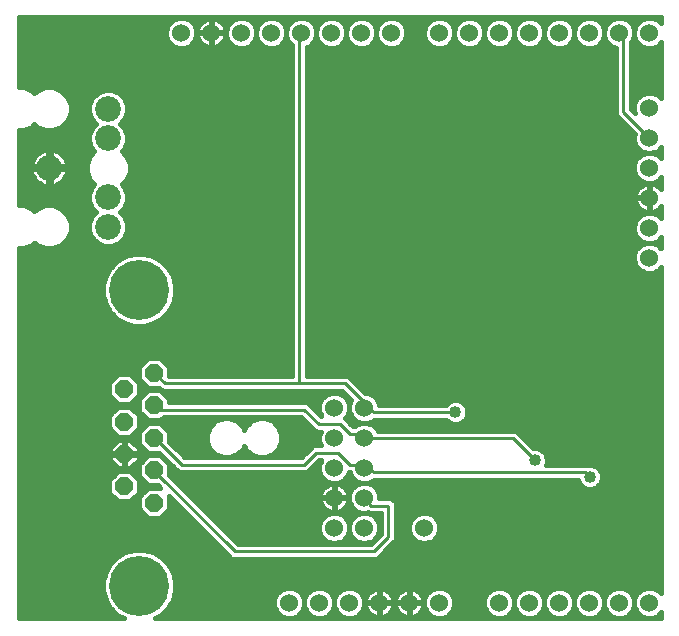
<source format=gbl>
G75*
G70*
%OFA0B0*%
%FSLAX24Y24*%
%IPPOS*%
%LPD*%
%AMOC8*
5,1,8,0,0,1.08239X$1,22.5*
%
%ADD10OC8,0.0600*%
%ADD11C,0.2000*%
%ADD12C,0.0600*%
%ADD13C,0.0860*%
%ADD14C,0.0100*%
%ADD15C,0.0160*%
%ADD16C,0.0400*%
D10*
X006701Y005565D03*
X007701Y005025D03*
X007701Y006105D03*
X006701Y006645D03*
X007701Y007185D03*
X006701Y007725D03*
X007701Y008265D03*
X006701Y008805D03*
X007701Y009345D03*
D11*
X007201Y012115D03*
X007201Y002255D03*
D12*
X012201Y001685D03*
X013201Y001685D03*
X014201Y001685D03*
X015201Y001685D03*
X016201Y001685D03*
X017201Y001685D03*
X019201Y001685D03*
X020201Y001685D03*
X021201Y001685D03*
X022201Y001685D03*
X023201Y001685D03*
X024201Y001685D03*
X016701Y004185D03*
X014701Y004185D03*
X013701Y004185D03*
X013701Y005185D03*
X014701Y005185D03*
X014701Y006185D03*
X013701Y006185D03*
X013701Y007185D03*
X014701Y007185D03*
X014701Y008185D03*
X013701Y008185D03*
X024201Y013185D03*
X024201Y014185D03*
X024201Y015185D03*
X024201Y016185D03*
X024201Y017185D03*
X024201Y018185D03*
X024201Y020685D03*
X023201Y020685D03*
X022201Y020685D03*
X021201Y020685D03*
X020201Y020685D03*
X019201Y020685D03*
X018201Y020685D03*
X017201Y020685D03*
X015601Y020685D03*
X014601Y020685D03*
X013601Y020685D03*
X012601Y020685D03*
X011601Y020685D03*
X010601Y020685D03*
X009601Y020685D03*
X008601Y020685D03*
D13*
X006170Y018154D03*
X006170Y017170D03*
X004201Y016185D03*
X006170Y015201D03*
X006170Y014217D03*
D14*
X007701Y009345D02*
X007741Y009325D01*
X008061Y009005D01*
X012541Y009005D01*
X012541Y020685D01*
X012601Y020685D01*
X023201Y020685D02*
X023341Y020685D01*
X023341Y018045D01*
X024201Y017185D01*
X014701Y008365D02*
X014061Y009005D01*
X012541Y009005D01*
X012701Y008125D02*
X013181Y007645D01*
X013901Y007645D01*
X014221Y007325D01*
X014381Y007325D01*
X014461Y007245D01*
X014701Y007245D01*
X014701Y007185D01*
X014701Y007165D01*
X019661Y007165D01*
X020381Y006445D01*
X022061Y006045D02*
X015021Y006045D01*
X014941Y006125D01*
X014701Y006125D01*
X014701Y006185D01*
X014701Y006205D01*
X014461Y006205D01*
X014381Y006285D01*
X014221Y006285D01*
X013821Y006685D01*
X013101Y006685D01*
X012701Y006285D01*
X008621Y006285D01*
X007741Y007165D01*
X007701Y007185D01*
X007821Y008125D02*
X012701Y008125D01*
X014701Y008185D02*
X014701Y008125D01*
X014941Y008125D01*
X015021Y008045D01*
X017741Y008045D01*
X014701Y008185D02*
X014701Y008365D01*
X014701Y005185D02*
X014701Y005165D01*
X014941Y004925D01*
X015501Y004925D01*
X015501Y003885D01*
X015021Y003405D01*
X010381Y003405D01*
X007741Y006045D01*
X007701Y006105D01*
X007821Y008125D02*
X007741Y008205D01*
X007701Y008265D01*
X022061Y006045D02*
X022221Y005885D01*
D15*
X003181Y001165D02*
X003181Y013501D01*
X003359Y013501D01*
X003623Y013610D01*
X003709Y013696D01*
X003795Y013610D01*
X004059Y013501D01*
X004344Y013501D01*
X004607Y013610D01*
X004808Y013811D01*
X004917Y014074D01*
X004917Y014359D01*
X004808Y014623D01*
X004607Y014824D01*
X004344Y014933D01*
X004059Y014933D01*
X003795Y014824D01*
X003709Y014738D01*
X003623Y014824D01*
X003359Y014933D01*
X003181Y014933D01*
X003181Y017438D01*
X003359Y017438D01*
X003623Y017547D01*
X003709Y017633D01*
X003795Y017547D01*
X004059Y017438D01*
X004344Y017438D01*
X004607Y017547D01*
X004808Y017748D01*
X004917Y018011D01*
X004917Y018296D01*
X004808Y018560D01*
X004607Y018761D01*
X004344Y018870D01*
X004059Y018870D01*
X003795Y018761D01*
X003709Y018675D01*
X003623Y018761D01*
X003359Y018870D01*
X003181Y018870D01*
X003181Y021201D01*
X024591Y021201D01*
X024591Y021002D01*
X024484Y021109D01*
X024301Y021185D01*
X024102Y021185D01*
X023918Y021109D01*
X023777Y020969D01*
X023701Y020785D01*
X023625Y020969D01*
X023484Y021109D01*
X023301Y021185D01*
X023102Y021185D01*
X022918Y021109D01*
X022777Y020969D01*
X022701Y020785D01*
X022625Y020969D01*
X022484Y021109D01*
X022301Y021185D01*
X022102Y021185D01*
X021918Y021109D01*
X021777Y020969D01*
X021701Y020785D01*
X021625Y020969D01*
X021484Y021109D01*
X021301Y021185D01*
X021102Y021185D01*
X020918Y021109D01*
X020777Y020969D01*
X020701Y020785D01*
X020625Y020969D01*
X020484Y021109D01*
X020301Y021185D01*
X020102Y021185D01*
X019918Y021109D01*
X019777Y020969D01*
X019701Y020785D01*
X019625Y020969D01*
X019484Y021109D01*
X019301Y021185D01*
X019102Y021185D01*
X018918Y021109D01*
X018777Y020969D01*
X018701Y020785D01*
X018625Y020969D01*
X018484Y021109D01*
X018301Y021185D01*
X018102Y021185D01*
X017918Y021109D01*
X017777Y020969D01*
X017701Y020785D01*
X017625Y020969D01*
X017484Y021109D01*
X017301Y021185D01*
X017102Y021185D01*
X016918Y021109D01*
X016777Y020969D01*
X016701Y020785D01*
X016701Y020586D01*
X016777Y020402D01*
X016918Y020261D01*
X017102Y020185D01*
X017301Y020185D01*
X017484Y020261D01*
X017625Y020402D01*
X017701Y020586D01*
X017701Y020785D01*
X017701Y020586D01*
X017777Y020402D01*
X017918Y020261D01*
X018102Y020185D01*
X018301Y020185D01*
X018484Y020261D01*
X018625Y020402D01*
X018701Y020586D01*
X018701Y020785D01*
X018701Y020586D01*
X018777Y020402D01*
X018918Y020261D01*
X019102Y020185D01*
X019301Y020185D01*
X019484Y020261D01*
X019625Y020402D01*
X019701Y020586D01*
X019701Y020785D01*
X019701Y020586D01*
X019777Y020402D01*
X019918Y020261D01*
X020102Y020185D01*
X020301Y020185D01*
X020484Y020261D01*
X020625Y020402D01*
X020701Y020586D01*
X020701Y020785D01*
X020701Y020586D01*
X020777Y020402D01*
X020918Y020261D01*
X021102Y020185D01*
X021301Y020185D01*
X021484Y020261D01*
X021625Y020402D01*
X021701Y020586D01*
X021701Y020785D01*
X021701Y020586D01*
X021777Y020402D01*
X021918Y020261D01*
X022102Y020185D01*
X022301Y020185D01*
X022484Y020261D01*
X022625Y020402D01*
X022701Y020586D01*
X022701Y020785D01*
X022701Y020586D01*
X022777Y020402D01*
X022918Y020261D01*
X023091Y020190D01*
X023091Y017996D01*
X023129Y017904D01*
X023199Y017833D01*
X023200Y017833D01*
X023715Y017318D01*
X023701Y017285D01*
X023701Y017086D01*
X023777Y016902D01*
X023918Y016761D01*
X024102Y016685D01*
X023918Y016609D01*
X023777Y016469D01*
X023701Y016285D01*
X023701Y016086D01*
X023777Y015902D01*
X023918Y015761D01*
X024102Y015685D01*
X024301Y015685D01*
X024484Y015761D01*
X024591Y015868D01*
X024591Y015465D01*
X024567Y015498D01*
X024514Y015551D01*
X024453Y015596D01*
X024385Y015630D01*
X024314Y015654D01*
X024239Y015665D01*
X024221Y015665D01*
X024221Y015206D01*
X024181Y015206D01*
X024181Y015665D01*
X024163Y015665D01*
X024089Y015654D01*
X024017Y015630D01*
X023950Y015596D01*
X023888Y015551D01*
X023835Y015498D01*
X023791Y015437D01*
X023756Y015370D01*
X023733Y015298D01*
X023721Y015223D01*
X023721Y015205D01*
X024181Y015205D01*
X024181Y015165D01*
X024221Y015165D01*
X024221Y014705D01*
X024239Y014705D01*
X024314Y014717D01*
X024385Y014741D01*
X024453Y014775D01*
X024514Y014819D01*
X024567Y014873D01*
X024591Y014906D01*
X024591Y014502D01*
X024484Y014609D01*
X024301Y014685D01*
X024102Y014685D01*
X023918Y014609D01*
X023777Y014469D01*
X023701Y014285D01*
X023701Y014086D01*
X023777Y013902D01*
X023918Y013761D01*
X024102Y013685D01*
X023918Y013609D01*
X023777Y013469D01*
X023701Y013285D01*
X023701Y013086D01*
X023777Y012902D01*
X023918Y012761D01*
X024102Y012685D01*
X024301Y012685D01*
X024484Y012761D01*
X024591Y012868D01*
X024591Y002002D01*
X024484Y002109D01*
X024301Y002185D01*
X024102Y002185D01*
X023918Y002109D01*
X023777Y001969D01*
X023701Y001785D01*
X023625Y001969D01*
X023484Y002109D01*
X023301Y002185D01*
X023102Y002185D01*
X022918Y002109D01*
X022777Y001969D01*
X022701Y001785D01*
X022701Y001586D01*
X022625Y001402D01*
X022484Y001261D01*
X022301Y001185D01*
X022102Y001185D01*
X021918Y001261D01*
X021777Y001402D01*
X021701Y001586D01*
X021625Y001402D01*
X021484Y001261D01*
X021301Y001185D01*
X021102Y001185D01*
X020918Y001261D01*
X020777Y001402D01*
X020701Y001586D01*
X020625Y001402D01*
X020484Y001261D01*
X020301Y001185D01*
X020102Y001185D01*
X019918Y001261D01*
X019777Y001402D01*
X019701Y001586D01*
X019625Y001402D01*
X019484Y001261D01*
X019301Y001185D01*
X019102Y001185D01*
X018918Y001261D01*
X018777Y001402D01*
X018701Y001586D01*
X018701Y001785D01*
X018777Y001969D01*
X018918Y002109D01*
X019102Y002185D01*
X019301Y002185D01*
X019484Y002109D01*
X019625Y001969D01*
X019701Y001785D01*
X019701Y001586D01*
X019701Y001785D01*
X019777Y001969D01*
X019918Y002109D01*
X020102Y002185D01*
X020301Y002185D01*
X020484Y002109D01*
X020625Y001969D01*
X020701Y001785D01*
X020701Y001586D01*
X020701Y001785D01*
X020777Y001969D01*
X020918Y002109D01*
X021102Y002185D01*
X021301Y002185D01*
X021484Y002109D01*
X021625Y001969D01*
X021701Y001785D01*
X021701Y001586D01*
X021701Y001785D01*
X021777Y001969D01*
X021918Y002109D01*
X022102Y002185D01*
X022301Y002185D01*
X022484Y002109D01*
X022625Y001969D01*
X022701Y001785D01*
X022701Y001586D01*
X022777Y001402D01*
X022918Y001261D01*
X023102Y001185D01*
X023301Y001185D01*
X023484Y001261D01*
X023625Y001402D01*
X023701Y001586D01*
X023701Y001785D01*
X023701Y001586D01*
X023777Y001402D01*
X023918Y001261D01*
X024102Y001185D01*
X024301Y001185D01*
X024484Y001261D01*
X024591Y001368D01*
X024591Y001165D01*
X007713Y001165D01*
X007938Y001295D01*
X008161Y001519D01*
X008319Y001792D01*
X008401Y002097D01*
X008401Y002413D01*
X008319Y002719D01*
X008161Y002992D01*
X007938Y003216D01*
X007664Y003374D01*
X007359Y003455D01*
X007043Y003455D01*
X006738Y003374D01*
X006464Y003216D01*
X006241Y002992D01*
X006083Y002719D01*
X006001Y002413D01*
X006001Y002097D01*
X006083Y001792D01*
X006241Y001519D01*
X006464Y001295D01*
X006689Y001165D01*
X003181Y001165D01*
X003181Y001320D02*
X006440Y001320D01*
X006281Y001478D02*
X003181Y001478D01*
X003181Y001637D02*
X006173Y001637D01*
X006082Y001795D02*
X003181Y001795D01*
X003181Y001954D02*
X006040Y001954D01*
X006001Y002112D02*
X003181Y002112D01*
X003181Y002271D02*
X006001Y002271D01*
X006005Y002429D02*
X003181Y002429D01*
X003181Y002588D02*
X006048Y002588D01*
X006099Y002746D02*
X003181Y002746D01*
X003181Y002905D02*
X006191Y002905D01*
X006312Y003064D02*
X003181Y003064D01*
X003181Y003222D02*
X006476Y003222D01*
X006764Y003381D02*
X003181Y003381D01*
X003181Y003539D02*
X009894Y003539D01*
X010052Y003381D02*
X007638Y003381D01*
X007927Y003222D02*
X010211Y003222D01*
X010239Y003193D02*
X010331Y003155D01*
X014971Y003155D01*
X015071Y003155D01*
X015163Y003193D01*
X015643Y003673D01*
X015713Y003744D01*
X015751Y003836D01*
X015751Y004876D01*
X015751Y004975D01*
X015713Y005067D01*
X015643Y005137D01*
X015551Y005175D01*
X015201Y005175D01*
X015201Y005285D01*
X015125Y005469D01*
X014984Y005609D01*
X014801Y005685D01*
X014602Y005685D01*
X014418Y005609D01*
X014277Y005469D01*
X014201Y005285D01*
X014201Y005086D01*
X014277Y004902D01*
X014418Y004761D01*
X014602Y004685D01*
X014418Y004609D01*
X014277Y004469D01*
X014201Y004285D01*
X014125Y004469D01*
X013984Y004609D01*
X013801Y004685D01*
X013602Y004685D01*
X013418Y004609D01*
X013277Y004469D01*
X013201Y004285D01*
X013201Y004086D01*
X013277Y003902D01*
X013418Y003761D01*
X013602Y003685D01*
X013801Y003685D01*
X013984Y003761D01*
X014125Y003902D01*
X014201Y004086D01*
X014201Y004285D01*
X014201Y004086D01*
X014277Y003902D01*
X014418Y003761D01*
X014602Y003685D01*
X014801Y003685D01*
X014984Y003761D01*
X015125Y003902D01*
X015201Y004086D01*
X015201Y004285D01*
X015125Y004469D01*
X014984Y004609D01*
X014801Y004685D01*
X014602Y004685D01*
X014801Y004685D01*
X014834Y004699D01*
X014891Y004675D01*
X014991Y004675D01*
X015251Y004675D01*
X015251Y003989D01*
X014918Y003655D01*
X010485Y003655D01*
X008201Y005939D01*
X008201Y006312D01*
X007908Y006605D01*
X007494Y006605D01*
X007201Y006312D01*
X007201Y005898D01*
X007494Y005605D01*
X007828Y005605D01*
X007908Y005525D01*
X007494Y005525D01*
X007201Y005232D01*
X007201Y004818D01*
X007494Y004525D01*
X007908Y004525D01*
X008201Y004818D01*
X008201Y005232D01*
X010169Y003264D01*
X010239Y003193D01*
X010442Y003698D02*
X013572Y003698D01*
X013830Y003698D02*
X014572Y003698D01*
X014830Y003698D02*
X014960Y003698D01*
X015079Y003856D02*
X015118Y003856D01*
X015172Y004015D02*
X015251Y004015D01*
X015251Y004173D02*
X015201Y004173D01*
X015182Y004332D02*
X015251Y004332D01*
X015251Y004490D02*
X015103Y004490D01*
X015251Y004649D02*
X014888Y004649D01*
X014514Y004649D02*
X013888Y004649D01*
X013885Y004741D02*
X013953Y004775D01*
X014014Y004819D01*
X014067Y004873D01*
X014112Y004934D01*
X014146Y005001D01*
X014169Y005073D01*
X014181Y005148D01*
X014181Y005165D01*
X013721Y005165D01*
X013721Y004705D01*
X013739Y004705D01*
X013814Y004717D01*
X013885Y004741D01*
X013998Y004807D02*
X014372Y004807D01*
X014251Y004966D02*
X014128Y004966D01*
X014177Y005125D02*
X014201Y005125D01*
X014181Y005205D02*
X014181Y005223D01*
X014169Y005298D01*
X014146Y005370D01*
X014112Y005437D01*
X014067Y005498D01*
X014014Y005551D01*
X013953Y005596D01*
X013885Y005630D01*
X013814Y005654D01*
X013739Y005665D01*
X013721Y005665D01*
X013721Y005206D01*
X013681Y005206D01*
X013681Y005665D01*
X013663Y005665D01*
X013589Y005654D01*
X013517Y005630D01*
X013450Y005596D01*
X013388Y005551D01*
X013335Y005498D01*
X013291Y005437D01*
X013256Y005370D01*
X013233Y005298D01*
X013221Y005223D01*
X013221Y005205D01*
X013681Y005205D01*
X013681Y005165D01*
X013721Y005165D01*
X013721Y005205D01*
X014181Y005205D01*
X014172Y005283D02*
X014201Y005283D01*
X014266Y005442D02*
X014108Y005442D01*
X013944Y005600D02*
X014409Y005600D01*
X014424Y005759D02*
X013978Y005759D01*
X013984Y005761D02*
X014125Y005902D01*
X014180Y006035D01*
X014222Y006035D01*
X014277Y005902D01*
X014418Y005761D01*
X014602Y005685D01*
X014801Y005685D01*
X014984Y005761D01*
X015018Y005795D01*
X015071Y005795D01*
X021825Y005795D01*
X021882Y005659D01*
X021994Y005546D01*
X022141Y005485D01*
X022301Y005485D01*
X022448Y005546D01*
X022560Y005659D01*
X022621Y005806D01*
X022621Y005965D01*
X022560Y006112D01*
X022448Y006224D01*
X022301Y006285D01*
X022141Y006285D01*
X022138Y006284D01*
X022111Y006295D01*
X020752Y006295D01*
X020781Y006366D01*
X020781Y006525D01*
X020720Y006672D01*
X020608Y006784D01*
X020461Y006845D01*
X020335Y006845D01*
X019873Y007307D01*
X019803Y007377D01*
X019711Y007415D01*
X015147Y007415D01*
X015125Y007469D01*
X014984Y007609D01*
X014801Y007685D01*
X014602Y007685D01*
X014418Y007609D01*
X014384Y007575D01*
X014331Y007575D01*
X014325Y007575D01*
X014061Y007839D01*
X014125Y007902D01*
X014201Y008086D01*
X014201Y008285D01*
X014125Y008469D01*
X013984Y008609D01*
X013801Y008685D01*
X013602Y008685D01*
X013418Y008609D01*
X013277Y008469D01*
X013201Y008285D01*
X013201Y008086D01*
X013277Y007903D01*
X012843Y008337D01*
X012751Y008375D01*
X012651Y008375D01*
X008201Y008375D01*
X008201Y008472D01*
X007908Y008765D01*
X007494Y008765D01*
X007201Y008472D01*
X007201Y008058D01*
X007494Y007765D01*
X007908Y007765D01*
X008018Y007875D01*
X012598Y007875D01*
X012969Y007504D01*
X013039Y007433D01*
X013131Y007395D01*
X013247Y007395D01*
X013201Y007285D01*
X013201Y007086D01*
X013264Y006935D01*
X013051Y006935D01*
X012959Y006897D01*
X012889Y006827D01*
X012598Y006535D01*
X008725Y006535D01*
X008201Y007059D01*
X008201Y007392D01*
X007908Y007685D01*
X007494Y007685D01*
X007201Y007392D01*
X007201Y006978D01*
X007494Y006685D01*
X007868Y006685D01*
X008409Y006144D01*
X008479Y006073D01*
X008571Y006035D01*
X012651Y006035D01*
X012751Y006035D01*
X012843Y006073D01*
X013205Y006435D01*
X013264Y006435D01*
X013201Y006285D01*
X013201Y006086D01*
X013277Y005902D01*
X013418Y005761D01*
X013602Y005685D01*
X013801Y005685D01*
X013984Y005761D01*
X014131Y005917D02*
X014271Y005917D01*
X013721Y005600D02*
X013681Y005600D01*
X013681Y005442D02*
X013721Y005442D01*
X013721Y005283D02*
X013681Y005283D01*
X013681Y005165D02*
X013221Y005165D01*
X013221Y005148D01*
X013233Y005073D01*
X013256Y005001D01*
X013291Y004934D01*
X013335Y004873D01*
X013388Y004819D01*
X013450Y004775D01*
X013517Y004741D01*
X013589Y004717D01*
X013663Y004705D01*
X013681Y004705D01*
X013681Y005165D01*
X013681Y005125D02*
X013721Y005125D01*
X013721Y004966D02*
X013681Y004966D01*
X013681Y004807D02*
X013721Y004807D01*
X013514Y004649D02*
X009491Y004649D01*
X009332Y004807D02*
X013405Y004807D01*
X013274Y004966D02*
X009174Y004966D01*
X009015Y005125D02*
X013225Y005125D01*
X013231Y005283D02*
X008857Y005283D01*
X008698Y005442D02*
X013294Y005442D01*
X013458Y005600D02*
X008540Y005600D01*
X008381Y005759D02*
X013424Y005759D01*
X013271Y005917D02*
X008223Y005917D01*
X008201Y006076D02*
X008477Y006076D01*
X008319Y006234D02*
X008201Y006234D01*
X008160Y006393D02*
X008121Y006393D01*
X008001Y006551D02*
X007962Y006551D01*
X007469Y006710D02*
X007181Y006710D01*
X007181Y006665D02*
X007181Y006844D01*
X006900Y007125D01*
X006721Y007125D01*
X006721Y006666D01*
X006681Y006666D01*
X006681Y007125D01*
X006502Y007125D01*
X006221Y006844D01*
X006221Y006665D01*
X006681Y006665D01*
X006681Y006625D01*
X006721Y006625D01*
X006721Y006165D01*
X006900Y006165D01*
X007181Y006447D01*
X007181Y006625D01*
X006721Y006625D01*
X006721Y006665D01*
X007181Y006665D01*
X007181Y006551D02*
X007440Y006551D01*
X007282Y006393D02*
X007127Y006393D01*
X007201Y006234D02*
X006969Y006234D01*
X006908Y006065D02*
X006494Y006065D01*
X006201Y005772D01*
X006201Y005358D01*
X006494Y005065D01*
X006908Y005065D01*
X007201Y005358D01*
X007201Y005772D01*
X006908Y006065D01*
X007056Y005917D02*
X007201Y005917D01*
X007201Y005759D02*
X007341Y005759D01*
X007201Y005600D02*
X007833Y005600D01*
X007410Y005442D02*
X007201Y005442D01*
X007252Y005283D02*
X007126Y005283D01*
X007201Y005125D02*
X006967Y005125D01*
X007201Y004966D02*
X003181Y004966D01*
X003181Y004807D02*
X007212Y004807D01*
X007370Y004649D02*
X003181Y004649D01*
X003181Y004490D02*
X008943Y004490D01*
X009101Y004332D02*
X003181Y004332D01*
X003181Y004173D02*
X009260Y004173D01*
X009418Y004015D02*
X003181Y004015D01*
X003181Y003856D02*
X009577Y003856D01*
X009735Y003698D02*
X003181Y003698D01*
X003181Y005125D02*
X006435Y005125D01*
X006276Y005283D02*
X003181Y005283D01*
X003181Y005442D02*
X006201Y005442D01*
X006201Y005600D02*
X003181Y005600D01*
X003181Y005759D02*
X006201Y005759D01*
X006346Y005917D02*
X003181Y005917D01*
X003181Y006076D02*
X007201Y006076D01*
X006721Y006234D02*
X006681Y006234D01*
X006681Y006165D02*
X006681Y006625D01*
X006221Y006625D01*
X006221Y006447D01*
X006502Y006165D01*
X006681Y006165D01*
X006681Y006393D02*
X006721Y006393D01*
X006721Y006551D02*
X006681Y006551D01*
X006681Y006710D02*
X006721Y006710D01*
X006721Y006869D02*
X006681Y006869D01*
X006681Y007027D02*
X006721Y007027D01*
X006908Y007225D02*
X006494Y007225D01*
X006201Y007518D01*
X006201Y007932D01*
X006494Y008225D01*
X006908Y008225D01*
X007201Y007932D01*
X007201Y007518D01*
X006908Y007225D01*
X007027Y007344D02*
X007201Y007344D01*
X007201Y007186D02*
X003181Y007186D01*
X003181Y007344D02*
X006375Y007344D01*
X006217Y007503D02*
X003181Y007503D01*
X003181Y007661D02*
X006201Y007661D01*
X006201Y007820D02*
X003181Y007820D01*
X003181Y007978D02*
X006247Y007978D01*
X006406Y008137D02*
X003181Y008137D01*
X003181Y008295D02*
X007201Y008295D01*
X007201Y008137D02*
X006997Y008137D01*
X006908Y008305D02*
X007201Y008598D01*
X007201Y009012D01*
X006908Y009305D01*
X006494Y009305D01*
X006201Y009012D01*
X006201Y008598D01*
X006494Y008305D01*
X006908Y008305D01*
X007057Y008454D02*
X007201Y008454D01*
X007201Y008613D02*
X007341Y008613D01*
X007201Y008771D02*
X007973Y008771D01*
X008011Y008755D02*
X007919Y008793D01*
X007868Y008845D01*
X007494Y008845D01*
X007201Y009138D01*
X007201Y009552D01*
X007494Y009845D01*
X007908Y009845D01*
X008201Y009552D01*
X008201Y009255D01*
X012291Y009255D01*
X012291Y020288D01*
X012177Y020402D01*
X012101Y020586D01*
X012025Y020402D01*
X011884Y020261D01*
X011701Y020185D01*
X011502Y020185D01*
X011318Y020261D01*
X011177Y020402D01*
X011101Y020586D01*
X011025Y020402D01*
X010884Y020261D01*
X010701Y020185D01*
X010502Y020185D01*
X010318Y020261D01*
X010177Y020402D01*
X010101Y020586D01*
X010101Y020785D01*
X010177Y020969D01*
X010318Y021109D01*
X010502Y021185D01*
X010701Y021185D01*
X010884Y021109D01*
X011025Y020969D01*
X011101Y020785D01*
X011101Y020586D01*
X011101Y020785D01*
X011177Y020969D01*
X011318Y021109D01*
X011502Y021185D01*
X011701Y021185D01*
X011884Y021109D01*
X012025Y020969D01*
X012101Y020785D01*
X012101Y020586D01*
X012101Y020785D01*
X012177Y020969D01*
X012318Y021109D01*
X012502Y021185D01*
X012701Y021185D01*
X012884Y021109D01*
X013025Y020969D01*
X013101Y020785D01*
X013101Y020586D01*
X013025Y020402D01*
X012884Y020261D01*
X012791Y020223D01*
X012791Y009255D01*
X014011Y009255D01*
X014111Y009255D01*
X014203Y009217D01*
X014735Y008685D01*
X014801Y008685D01*
X014984Y008609D01*
X015125Y008469D01*
X015197Y008295D01*
X017425Y008295D01*
X017514Y008384D01*
X017661Y008445D01*
X017821Y008445D01*
X017968Y008384D01*
X018080Y008272D01*
X018141Y008125D01*
X018141Y007966D01*
X018080Y007819D01*
X017968Y007706D01*
X017821Y007645D01*
X017661Y007645D01*
X017514Y007706D01*
X017425Y007795D01*
X015071Y007795D01*
X015018Y007795D01*
X014984Y007761D01*
X014801Y007685D01*
X014602Y007685D01*
X014418Y007761D01*
X014277Y007902D01*
X014201Y008086D01*
X014201Y008285D01*
X014268Y008445D01*
X013958Y008755D01*
X012591Y008755D01*
X012491Y008755D01*
X008011Y008755D01*
X008061Y008613D02*
X013426Y008613D01*
X013271Y008454D02*
X008201Y008454D01*
X007963Y007820D02*
X009951Y007820D01*
X009982Y007833D02*
X009744Y007734D01*
X009562Y007552D01*
X009463Y007314D01*
X009463Y007057D01*
X009562Y006819D01*
X009744Y006637D01*
X009982Y006538D01*
X010239Y006538D01*
X010477Y006637D01*
X010659Y006819D01*
X010701Y006920D01*
X010743Y006819D01*
X010925Y006637D01*
X011163Y006538D01*
X011420Y006538D01*
X011658Y006637D01*
X011840Y006819D01*
X011939Y007057D01*
X011939Y007314D01*
X011840Y007552D01*
X011658Y007734D01*
X011420Y007833D01*
X011163Y007833D01*
X010925Y007734D01*
X010743Y007552D01*
X010701Y007451D01*
X010659Y007552D01*
X010477Y007734D01*
X010239Y007833D01*
X009982Y007833D01*
X010270Y007820D02*
X011132Y007820D01*
X011451Y007820D02*
X012653Y007820D01*
X012812Y007661D02*
X011731Y007661D01*
X011861Y007503D02*
X012970Y007503D01*
X013226Y007344D02*
X011926Y007344D01*
X011939Y007186D02*
X013201Y007186D01*
X013225Y007027D02*
X011927Y007027D01*
X011861Y006869D02*
X012931Y006869D01*
X012772Y006710D02*
X011732Y006710D01*
X011453Y006551D02*
X012614Y006551D01*
X013004Y006234D02*
X013201Y006234D01*
X013205Y006076D02*
X012845Y006076D01*
X013162Y006393D02*
X013246Y006393D01*
X014239Y007661D02*
X014544Y007661D01*
X014360Y007820D02*
X014080Y007820D01*
X014156Y007978D02*
X014246Y007978D01*
X014201Y008137D02*
X014201Y008137D01*
X014197Y008295D02*
X014206Y008295D01*
X014259Y008454D02*
X014131Y008454D01*
X014100Y008613D02*
X013976Y008613D01*
X014332Y009088D02*
X024591Y009088D01*
X024591Y008930D02*
X014490Y008930D01*
X014649Y008771D02*
X024591Y008771D01*
X024591Y008613D02*
X014976Y008613D01*
X015131Y008454D02*
X024591Y008454D01*
X024591Y008295D02*
X018057Y008295D01*
X018136Y008137D02*
X024591Y008137D01*
X024591Y007978D02*
X018141Y007978D01*
X018081Y007820D02*
X024591Y007820D01*
X024591Y007661D02*
X017859Y007661D01*
X017623Y007661D02*
X014859Y007661D01*
X015091Y007503D02*
X024591Y007503D01*
X024591Y007344D02*
X019836Y007344D01*
X019994Y007186D02*
X024591Y007186D01*
X024591Y007027D02*
X020153Y007027D01*
X020311Y006869D02*
X024591Y006869D01*
X024591Y006710D02*
X020682Y006710D01*
X020770Y006551D02*
X024591Y006551D01*
X024591Y006393D02*
X020781Y006393D01*
X021841Y005759D02*
X014978Y005759D01*
X014993Y005600D02*
X021941Y005600D01*
X022502Y005600D02*
X024591Y005600D01*
X024591Y005442D02*
X015136Y005442D01*
X015201Y005283D02*
X024591Y005283D01*
X024591Y005125D02*
X015655Y005125D01*
X015751Y004966D02*
X024591Y004966D01*
X024591Y004807D02*
X015751Y004807D01*
X015751Y004649D02*
X016514Y004649D01*
X016602Y004685D02*
X016418Y004609D01*
X016277Y004469D01*
X016201Y004285D01*
X016201Y004086D01*
X016277Y003902D01*
X016418Y003761D01*
X016602Y003685D01*
X016801Y003685D01*
X016984Y003761D01*
X017125Y003902D01*
X017201Y004086D01*
X017201Y004285D01*
X017125Y004469D01*
X016984Y004609D01*
X016801Y004685D01*
X016602Y004685D01*
X016888Y004649D02*
X024591Y004649D01*
X024591Y004490D02*
X017103Y004490D01*
X017182Y004332D02*
X024591Y004332D01*
X024591Y004173D02*
X017201Y004173D01*
X017172Y004015D02*
X024591Y004015D01*
X024591Y003856D02*
X017079Y003856D01*
X016830Y003698D02*
X024591Y003698D01*
X024591Y003539D02*
X015508Y003539D01*
X015350Y003381D02*
X024591Y003381D01*
X024591Y003222D02*
X015191Y003222D01*
X015667Y003698D02*
X016572Y003698D01*
X016323Y003856D02*
X015751Y003856D01*
X015751Y004015D02*
X016231Y004015D01*
X016201Y004173D02*
X015751Y004173D01*
X015751Y004332D02*
X016221Y004332D01*
X016299Y004490D02*
X015751Y004490D01*
X014299Y004490D02*
X014103Y004490D01*
X014182Y004332D02*
X014221Y004332D01*
X014201Y004173D02*
X014201Y004173D01*
X014172Y004015D02*
X014231Y004015D01*
X014323Y003856D02*
X014079Y003856D01*
X013323Y003856D02*
X010284Y003856D01*
X010125Y004015D02*
X013231Y004015D01*
X013201Y004173D02*
X009967Y004173D01*
X009808Y004332D02*
X013221Y004332D01*
X013299Y004490D02*
X009650Y004490D01*
X008784Y004649D02*
X008032Y004649D01*
X008190Y004807D02*
X008625Y004807D01*
X008467Y004966D02*
X008201Y004966D01*
X008201Y005125D02*
X008308Y005125D01*
X008708Y006551D02*
X009949Y006551D01*
X009670Y006710D02*
X008550Y006710D01*
X008391Y006869D02*
X009541Y006869D01*
X009475Y007027D02*
X008233Y007027D01*
X008201Y007186D02*
X009463Y007186D01*
X009476Y007344D02*
X008201Y007344D01*
X008091Y007503D02*
X009541Y007503D01*
X009671Y007661D02*
X007932Y007661D01*
X007470Y007661D02*
X007201Y007661D01*
X007201Y007820D02*
X007440Y007820D01*
X007281Y007978D02*
X007155Y007978D01*
X007186Y007503D02*
X007311Y007503D01*
X007201Y007027D02*
X006998Y007027D01*
X007157Y006869D02*
X007311Y006869D01*
X006404Y007027D02*
X003181Y007027D01*
X003181Y006869D02*
X006246Y006869D01*
X006221Y006710D02*
X003181Y006710D01*
X003181Y006551D02*
X006221Y006551D01*
X006275Y006393D02*
X003181Y006393D01*
X003181Y006234D02*
X006433Y006234D01*
X006345Y008454D02*
X003181Y008454D01*
X003181Y008613D02*
X006201Y008613D01*
X006201Y008771D02*
X003181Y008771D01*
X003181Y008930D02*
X006201Y008930D01*
X006277Y009088D02*
X003181Y009088D01*
X003181Y009247D02*
X006435Y009247D01*
X006967Y009247D02*
X007201Y009247D01*
X007201Y009405D02*
X003181Y009405D01*
X003181Y009564D02*
X007212Y009564D01*
X007371Y009722D02*
X003181Y009722D01*
X003181Y009881D02*
X012291Y009881D01*
X012291Y010039D02*
X003181Y010039D01*
X003181Y010198D02*
X012291Y010198D01*
X012291Y010356D02*
X003181Y010356D01*
X003181Y010515D02*
X012291Y010515D01*
X012291Y010674D02*
X003181Y010674D01*
X003181Y010832D02*
X012291Y010832D01*
X012291Y010991D02*
X007640Y010991D01*
X007664Y010997D02*
X007938Y011155D01*
X008161Y011379D01*
X008319Y011652D01*
X008401Y011957D01*
X008401Y012273D01*
X008319Y012579D01*
X008161Y012852D01*
X007938Y013076D01*
X007664Y013234D01*
X007359Y013315D01*
X007043Y013315D01*
X006738Y013234D01*
X006464Y013076D01*
X006241Y012852D01*
X006083Y012579D01*
X006001Y012273D01*
X006001Y011957D01*
X006083Y011652D01*
X006241Y011379D01*
X006464Y011155D01*
X006738Y010997D01*
X007043Y010915D01*
X007359Y010915D01*
X007664Y010997D01*
X007928Y011149D02*
X012291Y011149D01*
X012291Y011308D02*
X008091Y011308D01*
X008212Y011466D02*
X012291Y011466D01*
X012291Y011625D02*
X008304Y011625D01*
X008354Y011783D02*
X012291Y011783D01*
X012291Y011942D02*
X008397Y011942D01*
X008401Y012100D02*
X012291Y012100D01*
X012291Y012259D02*
X008401Y012259D01*
X008362Y012418D02*
X012291Y012418D01*
X012291Y012576D02*
X008320Y012576D01*
X008229Y012735D02*
X012291Y012735D01*
X012291Y012893D02*
X008120Y012893D01*
X007962Y013052D02*
X012291Y013052D01*
X012291Y013210D02*
X007705Y013210D01*
X006698Y013210D02*
X003181Y013210D01*
X003181Y013052D02*
X006440Y013052D01*
X006282Y012893D02*
X003181Y012893D01*
X003181Y012735D02*
X006173Y012735D01*
X006082Y012576D02*
X003181Y012576D01*
X003181Y012418D02*
X006040Y012418D01*
X006001Y012259D02*
X003181Y012259D01*
X003181Y012100D02*
X006001Y012100D01*
X006005Y011942D02*
X003181Y011942D01*
X003181Y011783D02*
X006048Y011783D01*
X006099Y011625D02*
X003181Y011625D01*
X003181Y011466D02*
X006190Y011466D01*
X006312Y011308D02*
X003181Y011308D01*
X003181Y011149D02*
X006474Y011149D01*
X006762Y010991D02*
X003181Y010991D01*
X003181Y013369D02*
X012291Y013369D01*
X012291Y013527D02*
X004408Y013527D01*
X004683Y013686D02*
X005810Y013686D01*
X005813Y013683D02*
X006044Y013587D01*
X006295Y013587D01*
X006526Y013683D01*
X006704Y013860D01*
X006800Y014091D01*
X006800Y014342D01*
X006704Y014574D01*
X006568Y014709D01*
X006704Y014844D01*
X006800Y015076D01*
X006800Y015326D01*
X006704Y015558D01*
X006629Y015632D01*
X006777Y015780D01*
X006886Y016043D01*
X006886Y016328D01*
X006777Y016591D01*
X006629Y016738D01*
X006704Y016813D01*
X006800Y017044D01*
X006800Y017295D01*
X006704Y017526D01*
X006568Y017662D01*
X006704Y017797D01*
X006800Y018029D01*
X006800Y018279D01*
X006704Y018511D01*
X006526Y018688D01*
X006295Y018784D01*
X006044Y018784D01*
X005813Y018688D01*
X005636Y018511D01*
X005540Y018279D01*
X005540Y018029D01*
X005636Y017797D01*
X005771Y017662D01*
X005636Y017526D01*
X005540Y017295D01*
X005540Y017044D01*
X005636Y016813D01*
X005710Y016738D01*
X005562Y016591D01*
X005453Y016328D01*
X005453Y016043D01*
X005562Y015780D01*
X005710Y015632D01*
X005636Y015558D01*
X005540Y015326D01*
X005540Y015076D01*
X005636Y014844D01*
X005771Y014709D01*
X005636Y014574D01*
X005540Y014342D01*
X005540Y014091D01*
X005636Y013860D01*
X005813Y013683D01*
X005651Y013844D02*
X004822Y013844D01*
X004888Y014003D02*
X005576Y014003D01*
X005540Y014162D02*
X004917Y014162D01*
X004917Y014320D02*
X005540Y014320D01*
X005596Y014479D02*
X004868Y014479D01*
X004794Y014637D02*
X005699Y014637D01*
X005684Y014796D02*
X004635Y014796D01*
X003767Y014796D02*
X003651Y014796D01*
X003181Y014954D02*
X005590Y014954D01*
X005540Y015113D02*
X003181Y015113D01*
X003181Y015271D02*
X005540Y015271D01*
X005582Y015430D02*
X003181Y015430D01*
X003181Y015588D02*
X004070Y015588D01*
X004058Y015590D02*
X004153Y015575D01*
X004153Y016137D01*
X004249Y016137D01*
X004249Y015575D01*
X004344Y015590D01*
X004435Y015620D01*
X004521Y015664D01*
X004598Y015720D01*
X004666Y015788D01*
X004723Y015866D01*
X004766Y015951D01*
X004796Y016042D01*
X004811Y016137D01*
X004249Y016137D01*
X004249Y016233D01*
X004811Y016233D01*
X004796Y016328D01*
X004766Y016419D01*
X004723Y016505D01*
X004666Y016583D01*
X004598Y016651D01*
X004521Y016707D01*
X004435Y016751D01*
X004344Y016780D01*
X004249Y016795D01*
X004249Y016234D01*
X004153Y016234D01*
X004153Y016795D01*
X004058Y016780D01*
X003967Y016751D01*
X003881Y016707D01*
X003804Y016651D01*
X003736Y016583D01*
X003679Y016505D01*
X003636Y016419D01*
X003606Y016328D01*
X003591Y016233D01*
X004153Y016233D01*
X004153Y016137D01*
X003591Y016137D01*
X003606Y016042D01*
X003636Y015951D01*
X003679Y015866D01*
X003736Y015788D01*
X003804Y015720D01*
X003881Y015664D01*
X003967Y015620D01*
X004058Y015590D01*
X004153Y015588D02*
X004249Y015588D01*
X004332Y015588D02*
X005666Y015588D01*
X005595Y015747D02*
X004625Y015747D01*
X004743Y015906D02*
X005510Y015906D01*
X005453Y016064D02*
X004799Y016064D01*
X004779Y016381D02*
X005476Y016381D01*
X005453Y016223D02*
X004249Y016223D01*
X004153Y016223D02*
X003181Y016223D01*
X003181Y016381D02*
X003623Y016381D01*
X003705Y016540D02*
X003181Y016540D01*
X003181Y016698D02*
X003869Y016698D01*
X004153Y016698D02*
X004249Y016698D01*
X004249Y016540D02*
X004153Y016540D01*
X004153Y016381D02*
X004249Y016381D01*
X004249Y016064D02*
X004153Y016064D01*
X004153Y015906D02*
X004249Y015906D01*
X004249Y015747D02*
X004153Y015747D01*
X003777Y015747D02*
X003181Y015747D01*
X003181Y015906D02*
X003659Y015906D01*
X003603Y016064D02*
X003181Y016064D01*
X003181Y016857D02*
X005617Y016857D01*
X005670Y016698D02*
X004533Y016698D01*
X004698Y016540D02*
X005541Y016540D01*
X005552Y017015D02*
X003181Y017015D01*
X003181Y017174D02*
X005540Y017174D01*
X005555Y017332D02*
X003181Y017332D01*
X003488Y017491D02*
X003930Y017491D01*
X004472Y017491D02*
X005621Y017491D01*
X005759Y017649D02*
X004710Y017649D01*
X004833Y017808D02*
X005631Y017808D01*
X005565Y017967D02*
X004899Y017967D01*
X004917Y018125D02*
X005540Y018125D01*
X005541Y018284D02*
X004917Y018284D01*
X004857Y018442D02*
X005607Y018442D01*
X005726Y018601D02*
X004767Y018601D01*
X004609Y018759D02*
X005985Y018759D01*
X006354Y018759D02*
X012291Y018759D01*
X012291Y018601D02*
X006614Y018601D01*
X006732Y018442D02*
X012291Y018442D01*
X012291Y018284D02*
X006798Y018284D01*
X006800Y018125D02*
X012291Y018125D01*
X012291Y017967D02*
X006774Y017967D01*
X006708Y017808D02*
X012291Y017808D01*
X012291Y017649D02*
X006581Y017649D01*
X006718Y017491D02*
X012291Y017491D01*
X012291Y017332D02*
X006784Y017332D01*
X006800Y017174D02*
X012291Y017174D01*
X012291Y017015D02*
X006788Y017015D01*
X006722Y016857D02*
X012291Y016857D01*
X012291Y016698D02*
X006670Y016698D01*
X006798Y016540D02*
X012291Y016540D01*
X012291Y016381D02*
X006864Y016381D01*
X006886Y016223D02*
X012291Y016223D01*
X012291Y016064D02*
X006886Y016064D01*
X006829Y015906D02*
X012291Y015906D01*
X012291Y015747D02*
X006744Y015747D01*
X006673Y015588D02*
X012291Y015588D01*
X012291Y015430D02*
X006757Y015430D01*
X006800Y015271D02*
X012291Y015271D01*
X012291Y015113D02*
X006800Y015113D01*
X006749Y014954D02*
X012291Y014954D01*
X012291Y014796D02*
X006655Y014796D01*
X006640Y014637D02*
X012291Y014637D01*
X012291Y014479D02*
X006743Y014479D01*
X006800Y014320D02*
X012291Y014320D01*
X012291Y014162D02*
X006800Y014162D01*
X006763Y014003D02*
X012291Y014003D01*
X012291Y013844D02*
X006688Y013844D01*
X006530Y013686D02*
X012291Y013686D01*
X012791Y013686D02*
X024100Y013686D01*
X024102Y013685D02*
X024301Y013685D01*
X024484Y013609D01*
X024591Y013502D01*
X024591Y013868D01*
X024484Y013761D01*
X024301Y013685D01*
X024102Y013685D01*
X024302Y013686D02*
X024591Y013686D01*
X024591Y013844D02*
X024567Y013844D01*
X024566Y013527D02*
X024591Y013527D01*
X023836Y013527D02*
X012791Y013527D01*
X012791Y013369D02*
X023736Y013369D01*
X023701Y013210D02*
X012791Y013210D01*
X012791Y013052D02*
X023715Y013052D01*
X023786Y012893D02*
X012791Y012893D01*
X012791Y012735D02*
X023983Y012735D01*
X024420Y012735D02*
X024591Y012735D01*
X024591Y012576D02*
X012791Y012576D01*
X012791Y012418D02*
X024591Y012418D01*
X024591Y012259D02*
X012791Y012259D01*
X012791Y012100D02*
X024591Y012100D01*
X024591Y011942D02*
X012791Y011942D01*
X012791Y011783D02*
X024591Y011783D01*
X024591Y011625D02*
X012791Y011625D01*
X012791Y011466D02*
X024591Y011466D01*
X024591Y011308D02*
X012791Y011308D01*
X012791Y011149D02*
X024591Y011149D01*
X024591Y010991D02*
X012791Y010991D01*
X012791Y010832D02*
X024591Y010832D01*
X024591Y010674D02*
X012791Y010674D01*
X012791Y010515D02*
X024591Y010515D01*
X024591Y010356D02*
X012791Y010356D01*
X012791Y010198D02*
X024591Y010198D01*
X024591Y010039D02*
X012791Y010039D01*
X012791Y009881D02*
X024591Y009881D01*
X024591Y009722D02*
X012791Y009722D01*
X012791Y009564D02*
X024591Y009564D01*
X024591Y009405D02*
X012791Y009405D01*
X012291Y009405D02*
X008201Y009405D01*
X008190Y009564D02*
X012291Y009564D01*
X012291Y009722D02*
X008031Y009722D01*
X007251Y009088D02*
X007125Y009088D01*
X007201Y008930D02*
X007410Y008930D01*
X010272Y006551D02*
X011130Y006551D01*
X010852Y006710D02*
X010551Y006710D01*
X010680Y006869D02*
X010722Y006869D01*
X010722Y007503D02*
X010680Y007503D01*
X010550Y007661D02*
X010852Y007661D01*
X012884Y008295D02*
X013206Y008295D01*
X013201Y008137D02*
X013043Y008137D01*
X013202Y007978D02*
X013246Y007978D01*
X014132Y009247D02*
X024591Y009247D01*
X024591Y006234D02*
X022424Y006234D01*
X022575Y006076D02*
X024591Y006076D01*
X024591Y005917D02*
X022621Y005917D01*
X022602Y005759D02*
X024591Y005759D01*
X024591Y003064D02*
X008090Y003064D01*
X008212Y002905D02*
X024591Y002905D01*
X024591Y002746D02*
X008303Y002746D01*
X008354Y002588D02*
X024591Y002588D01*
X024591Y002429D02*
X008397Y002429D01*
X008401Y002271D02*
X024591Y002271D01*
X024591Y002112D02*
X024477Y002112D01*
X023925Y002112D02*
X023477Y002112D01*
X023631Y001954D02*
X023771Y001954D01*
X023705Y001795D02*
X023697Y001795D01*
X023701Y001637D02*
X023701Y001637D01*
X023656Y001478D02*
X023746Y001478D01*
X023860Y001320D02*
X023542Y001320D01*
X022860Y001320D02*
X022542Y001320D01*
X022656Y001478D02*
X022746Y001478D01*
X022701Y001637D02*
X022701Y001637D01*
X022697Y001795D02*
X022705Y001795D01*
X022771Y001954D02*
X022631Y001954D01*
X022477Y002112D02*
X022925Y002112D01*
X021925Y002112D02*
X021477Y002112D01*
X021631Y001954D02*
X021771Y001954D01*
X021705Y001795D02*
X021697Y001795D01*
X021701Y001637D02*
X021701Y001637D01*
X021656Y001478D02*
X021746Y001478D01*
X021860Y001320D02*
X021542Y001320D01*
X020860Y001320D02*
X020542Y001320D01*
X020656Y001478D02*
X020746Y001478D01*
X020701Y001637D02*
X020701Y001637D01*
X020697Y001795D02*
X020705Y001795D01*
X020771Y001954D02*
X020631Y001954D01*
X020477Y002112D02*
X020925Y002112D01*
X019925Y002112D02*
X019477Y002112D01*
X019631Y001954D02*
X019771Y001954D01*
X019705Y001795D02*
X019697Y001795D01*
X019701Y001637D02*
X019701Y001637D01*
X019656Y001478D02*
X019746Y001478D01*
X019860Y001320D02*
X019542Y001320D01*
X018860Y001320D02*
X017542Y001320D01*
X017484Y001261D02*
X017625Y001402D01*
X017701Y001586D01*
X017701Y001785D01*
X017625Y001969D01*
X017484Y002109D01*
X017301Y002185D01*
X017102Y002185D01*
X016918Y002109D01*
X016777Y001969D01*
X016701Y001785D01*
X016701Y001586D01*
X016777Y001402D01*
X016918Y001261D01*
X017102Y001185D01*
X017301Y001185D01*
X017484Y001261D01*
X017656Y001478D02*
X018746Y001478D01*
X018701Y001637D02*
X017701Y001637D01*
X017697Y001795D02*
X018705Y001795D01*
X018771Y001954D02*
X017631Y001954D01*
X017477Y002112D02*
X018925Y002112D01*
X016925Y002112D02*
X016421Y002112D01*
X016453Y002096D02*
X016385Y002130D01*
X016314Y002154D01*
X016239Y002165D01*
X016221Y002165D01*
X016221Y001706D01*
X016181Y001706D01*
X016181Y002165D01*
X016163Y002165D01*
X016089Y002154D01*
X016017Y002130D01*
X015950Y002096D01*
X015888Y002051D01*
X015835Y001998D01*
X015791Y001937D01*
X015756Y001870D01*
X015733Y001798D01*
X015721Y001723D01*
X015721Y001705D01*
X016181Y001705D01*
X016181Y001665D01*
X016221Y001665D01*
X016221Y001205D01*
X016239Y001205D01*
X016314Y001217D01*
X016385Y001241D01*
X016453Y001275D01*
X016514Y001319D01*
X016567Y001373D01*
X016612Y001434D01*
X016646Y001501D01*
X016669Y001573D01*
X016681Y001648D01*
X016681Y001665D01*
X016221Y001665D01*
X016221Y001705D01*
X016681Y001705D01*
X016681Y001723D01*
X016669Y001798D01*
X016646Y001870D01*
X016612Y001937D01*
X016567Y001998D01*
X016514Y002051D01*
X016453Y002096D01*
X016599Y001954D02*
X016771Y001954D01*
X016705Y001795D02*
X016670Y001795D01*
X016679Y001637D02*
X016701Y001637D01*
X016746Y001478D02*
X016634Y001478D01*
X016514Y001320D02*
X016860Y001320D01*
X016221Y001320D02*
X016181Y001320D01*
X016181Y001205D02*
X016181Y001665D01*
X015721Y001665D01*
X015721Y001648D01*
X015733Y001573D01*
X015756Y001501D01*
X015791Y001434D01*
X015835Y001373D01*
X015888Y001319D01*
X015950Y001275D01*
X016017Y001241D01*
X016089Y001217D01*
X016163Y001205D01*
X016181Y001205D01*
X016181Y001478D02*
X016221Y001478D01*
X016221Y001637D02*
X016181Y001637D01*
X016181Y001795D02*
X016221Y001795D01*
X016221Y001954D02*
X016181Y001954D01*
X016181Y002112D02*
X016221Y002112D01*
X015982Y002112D02*
X015421Y002112D01*
X015453Y002096D02*
X015385Y002130D01*
X015314Y002154D01*
X015239Y002165D01*
X015221Y002165D01*
X015221Y001706D01*
X015181Y001706D01*
X015181Y002165D01*
X015163Y002165D01*
X015089Y002154D01*
X015017Y002130D01*
X014950Y002096D01*
X014888Y002051D01*
X014835Y001998D01*
X014791Y001937D01*
X014756Y001870D01*
X014733Y001798D01*
X014721Y001723D01*
X014721Y001705D01*
X015181Y001705D01*
X015181Y001665D01*
X015221Y001665D01*
X015221Y001205D01*
X015239Y001205D01*
X015314Y001217D01*
X015385Y001241D01*
X015453Y001275D01*
X015514Y001319D01*
X015567Y001373D01*
X015612Y001434D01*
X015646Y001501D01*
X015669Y001573D01*
X015681Y001648D01*
X015681Y001665D01*
X015221Y001665D01*
X015221Y001705D01*
X015681Y001705D01*
X015681Y001723D01*
X015669Y001798D01*
X015646Y001870D01*
X015612Y001937D01*
X015567Y001998D01*
X015514Y002051D01*
X015453Y002096D01*
X015599Y001954D02*
X015803Y001954D01*
X015733Y001795D02*
X015670Y001795D01*
X015679Y001637D02*
X015723Y001637D01*
X015768Y001478D02*
X015634Y001478D01*
X015514Y001320D02*
X015888Y001320D01*
X015221Y001320D02*
X015181Y001320D01*
X015181Y001205D02*
X015181Y001665D01*
X014721Y001665D01*
X014721Y001648D01*
X014733Y001573D01*
X014756Y001501D01*
X014791Y001434D01*
X014835Y001373D01*
X014888Y001319D01*
X014950Y001275D01*
X015017Y001241D01*
X015089Y001217D01*
X015163Y001205D01*
X015181Y001205D01*
X015181Y001478D02*
X015221Y001478D01*
X015221Y001637D02*
X015181Y001637D01*
X015181Y001795D02*
X015221Y001795D01*
X015221Y001954D02*
X015181Y001954D01*
X015181Y002112D02*
X015221Y002112D01*
X014982Y002112D02*
X014477Y002112D01*
X014484Y002109D02*
X014301Y002185D01*
X014102Y002185D01*
X013918Y002109D01*
X013777Y001969D01*
X013701Y001785D01*
X013625Y001969D01*
X013484Y002109D01*
X013301Y002185D01*
X013102Y002185D01*
X012918Y002109D01*
X012777Y001969D01*
X012701Y001785D01*
X012625Y001969D01*
X012484Y002109D01*
X012301Y002185D01*
X012102Y002185D01*
X011918Y002109D01*
X011777Y001969D01*
X011701Y001785D01*
X011701Y001586D01*
X011777Y001402D01*
X011918Y001261D01*
X012102Y001185D01*
X012301Y001185D01*
X012484Y001261D01*
X012625Y001402D01*
X012701Y001586D01*
X012701Y001785D01*
X012701Y001586D01*
X012777Y001402D01*
X012918Y001261D01*
X013102Y001185D01*
X013301Y001185D01*
X013484Y001261D01*
X013625Y001402D01*
X013701Y001586D01*
X013701Y001785D01*
X013701Y001586D01*
X013777Y001402D01*
X013918Y001261D01*
X014102Y001185D01*
X014301Y001185D01*
X014484Y001261D01*
X014625Y001402D01*
X014701Y001586D01*
X014701Y001785D01*
X014625Y001969D01*
X014484Y002109D01*
X014631Y001954D02*
X014803Y001954D01*
X014733Y001795D02*
X014697Y001795D01*
X014701Y001637D02*
X014723Y001637D01*
X014768Y001478D02*
X014656Y001478D01*
X014542Y001320D02*
X014888Y001320D01*
X013860Y001320D02*
X013542Y001320D01*
X013656Y001478D02*
X013746Y001478D01*
X013701Y001637D02*
X013701Y001637D01*
X013697Y001795D02*
X013705Y001795D01*
X013771Y001954D02*
X013631Y001954D01*
X013477Y002112D02*
X013925Y002112D01*
X012925Y002112D02*
X012477Y002112D01*
X012631Y001954D02*
X012771Y001954D01*
X012705Y001795D02*
X012697Y001795D01*
X012701Y001637D02*
X012701Y001637D01*
X012656Y001478D02*
X012746Y001478D01*
X012860Y001320D02*
X012542Y001320D01*
X011860Y001320D02*
X007962Y001320D01*
X008121Y001478D02*
X011746Y001478D01*
X011701Y001637D02*
X008229Y001637D01*
X008320Y001795D02*
X011705Y001795D01*
X011771Y001954D02*
X008363Y001954D01*
X008401Y002112D02*
X011925Y002112D01*
X015197Y008295D02*
X017426Y008295D01*
X012791Y013844D02*
X023835Y013844D01*
X023735Y014003D02*
X012791Y014003D01*
X012791Y014162D02*
X023701Y014162D01*
X023716Y014320D02*
X012791Y014320D01*
X012791Y014479D02*
X023787Y014479D01*
X023985Y014637D02*
X012791Y014637D01*
X012791Y014796D02*
X023921Y014796D01*
X023950Y014775D02*
X024017Y014741D01*
X024089Y014717D01*
X024163Y014705D01*
X024181Y014705D01*
X024181Y015165D01*
X023721Y015165D01*
X023721Y015148D01*
X023733Y015073D01*
X023756Y015001D01*
X023791Y014934D01*
X023835Y014873D01*
X023888Y014819D01*
X023950Y014775D01*
X024181Y014796D02*
X024221Y014796D01*
X024221Y014954D02*
X024181Y014954D01*
X024181Y015113D02*
X024221Y015113D01*
X024221Y015271D02*
X024181Y015271D01*
X024181Y015430D02*
X024221Y015430D01*
X024221Y015588D02*
X024181Y015588D01*
X023939Y015588D02*
X012791Y015588D01*
X012791Y015430D02*
X023787Y015430D01*
X023729Y015271D02*
X012791Y015271D01*
X012791Y015113D02*
X023727Y015113D01*
X023780Y014954D02*
X012791Y014954D01*
X012791Y015747D02*
X023953Y015747D01*
X023776Y015906D02*
X012791Y015906D01*
X012791Y016064D02*
X023710Y016064D01*
X023701Y016223D02*
X012791Y016223D01*
X012791Y016381D02*
X023741Y016381D01*
X023848Y016540D02*
X012791Y016540D01*
X012791Y016698D02*
X024071Y016698D01*
X024102Y016685D02*
X024301Y016685D01*
X024102Y016685D01*
X024301Y016685D02*
X024484Y016609D01*
X024591Y016502D01*
X024591Y016868D01*
X024484Y016761D01*
X024301Y016685D01*
X024332Y016698D02*
X024591Y016698D01*
X024591Y016540D02*
X024554Y016540D01*
X024580Y016857D02*
X024591Y016857D01*
X023823Y016857D02*
X012791Y016857D01*
X012791Y017015D02*
X023730Y017015D01*
X023701Y017174D02*
X012791Y017174D01*
X012791Y017332D02*
X023701Y017332D01*
X023542Y017491D02*
X012791Y017491D01*
X012791Y017649D02*
X023383Y017649D01*
X023225Y017808D02*
X012791Y017808D01*
X012791Y017967D02*
X023103Y017967D01*
X023091Y018125D02*
X012791Y018125D01*
X012791Y018284D02*
X023091Y018284D01*
X023091Y018442D02*
X012791Y018442D01*
X012791Y018601D02*
X023091Y018601D01*
X023091Y018759D02*
X012791Y018759D01*
X012791Y018918D02*
X023091Y018918D01*
X023091Y019076D02*
X012791Y019076D01*
X012791Y019235D02*
X023091Y019235D01*
X023091Y019393D02*
X012791Y019393D01*
X012791Y019552D02*
X023091Y019552D01*
X023091Y019711D02*
X012791Y019711D01*
X012791Y019869D02*
X023091Y019869D01*
X023091Y020028D02*
X012791Y020028D01*
X012791Y020186D02*
X013500Y020186D01*
X013502Y020185D02*
X013701Y020185D01*
X013884Y020261D01*
X014025Y020402D01*
X014101Y020586D01*
X014101Y020785D01*
X014025Y020969D01*
X013884Y021109D01*
X013701Y021185D01*
X013502Y021185D01*
X013318Y021109D01*
X013177Y020969D01*
X013101Y020785D01*
X013101Y020586D01*
X013177Y020402D01*
X013318Y020261D01*
X013502Y020185D01*
X013703Y020186D02*
X014500Y020186D01*
X014502Y020185D02*
X014701Y020185D01*
X014884Y020261D01*
X015025Y020402D01*
X015101Y020586D01*
X015101Y020785D01*
X015025Y020969D01*
X014884Y021109D01*
X014701Y021185D01*
X014502Y021185D01*
X014318Y021109D01*
X014177Y020969D01*
X014101Y020785D01*
X014101Y020586D01*
X014177Y020402D01*
X014318Y020261D01*
X014502Y020185D01*
X014703Y020186D02*
X015500Y020186D01*
X015502Y020185D02*
X015701Y020185D01*
X015884Y020261D01*
X016025Y020402D01*
X016101Y020586D01*
X016101Y020785D01*
X016025Y020969D01*
X015884Y021109D01*
X015701Y021185D01*
X015502Y021185D01*
X015318Y021109D01*
X015177Y020969D01*
X015101Y020785D01*
X015101Y020586D01*
X015177Y020402D01*
X015318Y020261D01*
X015502Y020185D01*
X015703Y020186D02*
X017100Y020186D01*
X017303Y020186D02*
X018100Y020186D01*
X018303Y020186D02*
X019100Y020186D01*
X019303Y020186D02*
X020100Y020186D01*
X020303Y020186D02*
X021100Y020186D01*
X021303Y020186D02*
X022100Y020186D01*
X022303Y020186D02*
X023091Y020186D01*
X022835Y020345D02*
X022568Y020345D01*
X022667Y020503D02*
X022735Y020503D01*
X022701Y020662D02*
X022701Y020662D01*
X022686Y020820D02*
X022716Y020820D01*
X022788Y020979D02*
X022615Y020979D01*
X022416Y021137D02*
X022986Y021137D01*
X023416Y021137D02*
X023986Y021137D01*
X023788Y020979D02*
X023615Y020979D01*
X023686Y020820D02*
X023716Y020820D01*
X023701Y020785D02*
X023701Y020586D01*
X023701Y020785D01*
X023701Y020662D02*
X023701Y020662D01*
X023701Y020586D02*
X023625Y020402D01*
X023591Y020368D01*
X023591Y018149D01*
X023734Y018005D01*
X023701Y018086D01*
X023701Y018285D01*
X023777Y018469D01*
X023918Y018609D01*
X024102Y018685D01*
X024301Y018685D01*
X024484Y018609D01*
X024591Y018502D01*
X024591Y020368D01*
X024484Y020261D01*
X024301Y020185D01*
X024102Y020185D01*
X023918Y020261D01*
X023777Y020402D01*
X023701Y020586D01*
X023667Y020503D02*
X023735Y020503D01*
X023835Y020345D02*
X023591Y020345D01*
X023591Y020186D02*
X024100Y020186D01*
X024303Y020186D02*
X024591Y020186D01*
X024591Y020028D02*
X023591Y020028D01*
X023591Y019869D02*
X024591Y019869D01*
X024591Y019711D02*
X023591Y019711D01*
X023591Y019552D02*
X024591Y019552D01*
X024591Y019393D02*
X023591Y019393D01*
X023591Y019235D02*
X024591Y019235D01*
X024591Y019076D02*
X023591Y019076D01*
X023591Y018918D02*
X024591Y018918D01*
X024591Y018759D02*
X023591Y018759D01*
X023591Y018601D02*
X023909Y018601D01*
X023766Y018442D02*
X023591Y018442D01*
X023591Y018284D02*
X023701Y018284D01*
X023701Y018125D02*
X023615Y018125D01*
X024493Y018601D02*
X024591Y018601D01*
X024568Y020345D02*
X024591Y020345D01*
X024591Y021137D02*
X024416Y021137D01*
X021986Y021137D02*
X021416Y021137D01*
X021615Y020979D02*
X021788Y020979D01*
X021716Y020820D02*
X021686Y020820D01*
X021701Y020662D02*
X021701Y020662D01*
X021667Y020503D02*
X021735Y020503D01*
X021835Y020345D02*
X021568Y020345D01*
X020835Y020345D02*
X020568Y020345D01*
X020667Y020503D02*
X020735Y020503D01*
X020701Y020662D02*
X020701Y020662D01*
X020686Y020820D02*
X020716Y020820D01*
X020788Y020979D02*
X020615Y020979D01*
X020416Y021137D02*
X020986Y021137D01*
X019986Y021137D02*
X019416Y021137D01*
X019615Y020979D02*
X019788Y020979D01*
X019716Y020820D02*
X019686Y020820D01*
X019701Y020662D02*
X019701Y020662D01*
X019667Y020503D02*
X019735Y020503D01*
X019835Y020345D02*
X019568Y020345D01*
X018835Y020345D02*
X018568Y020345D01*
X018667Y020503D02*
X018735Y020503D01*
X018701Y020662D02*
X018701Y020662D01*
X018686Y020820D02*
X018716Y020820D01*
X018788Y020979D02*
X018615Y020979D01*
X018416Y021137D02*
X018986Y021137D01*
X017986Y021137D02*
X017416Y021137D01*
X017615Y020979D02*
X017788Y020979D01*
X017716Y020820D02*
X017686Y020820D01*
X017701Y020662D02*
X017701Y020662D01*
X017667Y020503D02*
X017735Y020503D01*
X017835Y020345D02*
X017568Y020345D01*
X016835Y020345D02*
X015968Y020345D01*
X016067Y020503D02*
X016735Y020503D01*
X016701Y020662D02*
X016101Y020662D01*
X016086Y020820D02*
X016716Y020820D01*
X016788Y020979D02*
X016015Y020979D01*
X015816Y021137D02*
X016986Y021137D01*
X015386Y021137D02*
X014816Y021137D01*
X015015Y020979D02*
X015188Y020979D01*
X015116Y020820D02*
X015086Y020820D01*
X015101Y020662D02*
X015101Y020662D01*
X015067Y020503D02*
X015135Y020503D01*
X015235Y020345D02*
X014968Y020345D01*
X014235Y020345D02*
X013968Y020345D01*
X014067Y020503D02*
X014135Y020503D01*
X014101Y020662D02*
X014101Y020662D01*
X014086Y020820D02*
X014116Y020820D01*
X014188Y020979D02*
X014015Y020979D01*
X013816Y021137D02*
X014386Y021137D01*
X013386Y021137D02*
X012816Y021137D01*
X013015Y020979D02*
X013188Y020979D01*
X013116Y020820D02*
X013086Y020820D01*
X013101Y020662D02*
X013101Y020662D01*
X013067Y020503D02*
X013135Y020503D01*
X013235Y020345D02*
X012968Y020345D01*
X012291Y020186D02*
X011703Y020186D01*
X011500Y020186D02*
X010703Y020186D01*
X010500Y020186D02*
X008703Y020186D01*
X008701Y020185D02*
X008884Y020261D01*
X009025Y020402D01*
X009101Y020586D01*
X009101Y020785D01*
X009025Y020969D01*
X008884Y021109D01*
X008701Y021185D01*
X008502Y021185D01*
X008318Y021109D01*
X008177Y020969D01*
X008101Y020785D01*
X008101Y020586D01*
X008177Y020402D01*
X008318Y020261D01*
X008502Y020185D01*
X008701Y020185D01*
X008500Y020186D02*
X003181Y020186D01*
X003181Y020028D02*
X012291Y020028D01*
X012291Y019869D02*
X003181Y019869D01*
X003181Y019711D02*
X012291Y019711D01*
X012291Y019552D02*
X003181Y019552D01*
X003181Y019393D02*
X012291Y019393D01*
X012291Y019235D02*
X003181Y019235D01*
X003181Y019076D02*
X012291Y019076D01*
X012291Y018918D02*
X003181Y018918D01*
X003624Y018759D02*
X003794Y018759D01*
X003181Y020345D02*
X008235Y020345D01*
X008135Y020503D02*
X003181Y020503D01*
X003181Y020662D02*
X008101Y020662D01*
X008116Y020820D02*
X003181Y020820D01*
X003181Y020979D02*
X008188Y020979D01*
X008386Y021137D02*
X003181Y021137D01*
X008816Y021137D02*
X009439Y021137D01*
X009417Y021130D02*
X009350Y021096D01*
X009288Y021051D01*
X009235Y020998D01*
X009191Y020937D01*
X009156Y020870D01*
X009133Y020798D01*
X009121Y020723D01*
X009121Y020705D01*
X009581Y020705D01*
X009581Y020665D01*
X009621Y020665D01*
X009621Y020205D01*
X009639Y020205D01*
X009714Y020217D01*
X009785Y020241D01*
X009853Y020275D01*
X009914Y020319D01*
X009967Y020373D01*
X010012Y020434D01*
X010046Y020501D01*
X010069Y020573D01*
X010081Y020648D01*
X010081Y020665D01*
X009621Y020665D01*
X009621Y020705D01*
X010081Y020705D01*
X010081Y020723D01*
X010069Y020798D01*
X010046Y020870D01*
X010012Y020937D01*
X009967Y020998D01*
X009914Y021051D01*
X009853Y021096D01*
X009785Y021130D01*
X009714Y021154D01*
X009639Y021165D01*
X009621Y021165D01*
X009621Y020706D01*
X009581Y020706D01*
X009581Y021165D01*
X009563Y021165D01*
X009489Y021154D01*
X009417Y021130D01*
X009581Y021137D02*
X009621Y021137D01*
X009763Y021137D02*
X010386Y021137D01*
X010188Y020979D02*
X009981Y020979D01*
X010062Y020820D02*
X010116Y020820D01*
X010101Y020662D02*
X010081Y020662D01*
X010047Y020503D02*
X010135Y020503D01*
X010235Y020345D02*
X009939Y020345D01*
X009621Y020345D02*
X009581Y020345D01*
X009581Y020205D02*
X009581Y020665D01*
X009121Y020665D01*
X009121Y020648D01*
X009133Y020573D01*
X009156Y020501D01*
X009191Y020434D01*
X009235Y020373D01*
X009288Y020319D01*
X009350Y020275D01*
X009417Y020241D01*
X009489Y020217D01*
X009563Y020205D01*
X009581Y020205D01*
X009581Y020503D02*
X009621Y020503D01*
X009621Y020662D02*
X009581Y020662D01*
X009581Y020820D02*
X009621Y020820D01*
X009621Y020979D02*
X009581Y020979D01*
X009221Y020979D02*
X009015Y020979D01*
X009086Y020820D02*
X009140Y020820D01*
X009121Y020662D02*
X009101Y020662D01*
X009067Y020503D02*
X009156Y020503D01*
X009263Y020345D02*
X008968Y020345D01*
X010816Y021137D02*
X011386Y021137D01*
X011188Y020979D02*
X011015Y020979D01*
X011086Y020820D02*
X011116Y020820D01*
X011101Y020662D02*
X011101Y020662D01*
X011067Y020503D02*
X011135Y020503D01*
X011235Y020345D02*
X010968Y020345D01*
X011968Y020345D02*
X012235Y020345D01*
X012135Y020503D02*
X012067Y020503D01*
X012101Y020662D02*
X012101Y020662D01*
X012086Y020820D02*
X012116Y020820D01*
X012188Y020979D02*
X012015Y020979D01*
X011816Y021137D02*
X012386Y021137D01*
X003719Y013686D02*
X003699Y013686D01*
X003424Y013527D02*
X003994Y013527D01*
X024417Y014637D02*
X024591Y014637D01*
X024591Y014796D02*
X024481Y014796D01*
X024463Y015588D02*
X024591Y015588D01*
X024591Y015747D02*
X024449Y015747D01*
X024542Y001320D02*
X024591Y001320D01*
D16*
X022221Y005885D03*
X020381Y006445D03*
X017741Y008045D03*
M02*

</source>
